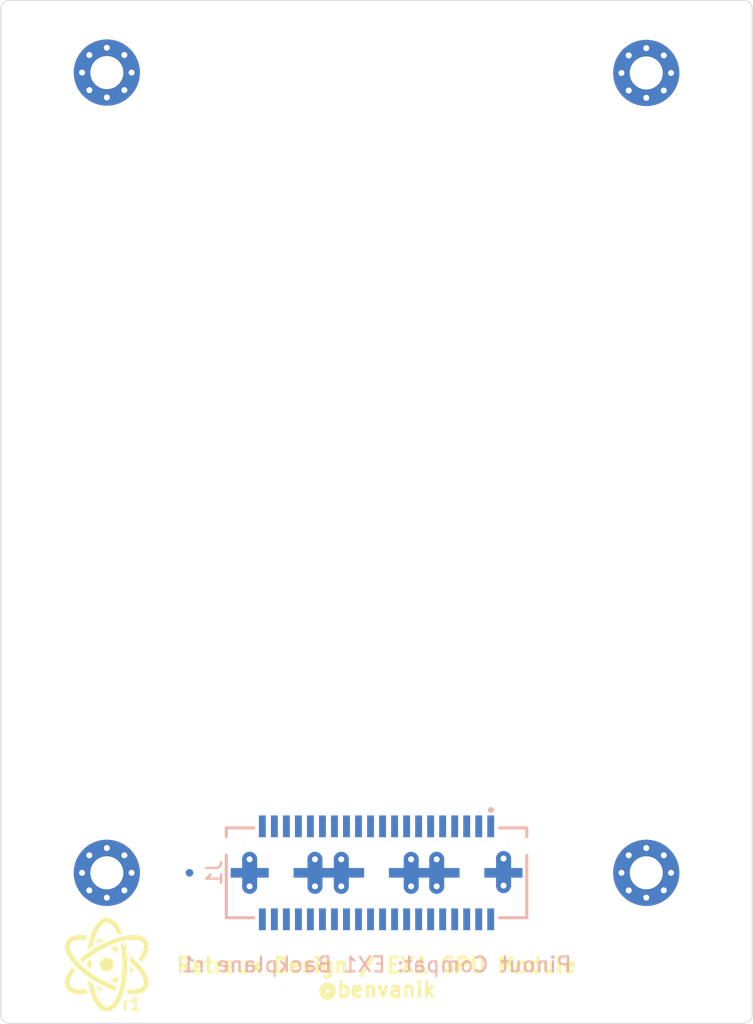
<source format=kicad_pcb>
(kicad_pcb (version 20171130) (host pcbnew "(5.1.2)-2")

  (general
    (thickness 1.6)
    (drawings 11)
    (tracks 36)
    (zones 0)
    (modules 4)
    (nets 42)
  )

  (page USLetter)
  (title_block
    (rev r1)
  )

  (layers
    (0 F.Cu signal)
    (1 In1.Cu power hide)
    (2 In2.Cu power)
    (31 B.Cu signal)
    (32 B.Adhes user)
    (33 F.Adhes user)
    (34 B.Paste user)
    (35 F.Paste user)
    (36 B.SilkS user)
    (37 F.SilkS user)
    (38 B.Mask user)
    (39 F.Mask user)
    (40 Dwgs.User user)
    (41 Cmts.User user)
    (42 Eco1.User user)
    (43 Eco2.User user)
    (44 Edge.Cuts user)
    (45 Margin user)
    (46 B.CrtYd user)
    (47 F.CrtYd user)
    (48 B.Fab user)
    (49 F.Fab user)
  )

  (setup
    (last_trace_width 0.25)
    (user_trace_width 0.0889)
    (user_trace_width 0.1)
    (user_trace_width 0.3)
    (user_trace_width 0.5)
    (user_trace_width 1)
    (user_trace_width 2)
    (trace_clearance 0.2)
    (zone_clearance 0.508)
    (zone_45_only no)
    (trace_min 0.0889)
    (via_size 0.8)
    (via_drill 0.4)
    (via_min_size 0.45)
    (via_min_drill 0.2)
    (user_via 0.45 0.2)
    (user_via 0.65 0.35)
    (user_via 0.8 0.6)
    (uvia_size 0.3)
    (uvia_drill 0.1)
    (uvias_allowed no)
    (uvia_min_size 0.2)
    (uvia_min_drill 0.1)
    (edge_width 0.05)
    (segment_width 0.2)
    (pcb_text_width 0.3)
    (pcb_text_size 1.5 1.5)
    (mod_edge_width 0.12)
    (mod_text_size 1 1)
    (mod_text_width 0.15)
    (pad_size 0.215 0.215)
    (pad_drill 0)
    (pad_to_mask_clearance 0)
    (aux_axis_origin 0 0)
    (visible_elements 7FFFFFFF)
    (pcbplotparams
      (layerselection 0x210fc_ffffffff)
      (usegerberextensions false)
      (usegerberattributes false)
      (usegerberadvancedattributes false)
      (creategerberjobfile false)
      (excludeedgelayer true)
      (linewidth 0.100000)
      (plotframeref false)
      (viasonmask false)
      (mode 1)
      (useauxorigin false)
      (hpglpennumber 1)
      (hpglpenspeed 20)
      (hpglpendiameter 15.000000)
      (psnegative false)
      (psa4output false)
      (plotreference true)
      (plotvalue true)
      (plotinvisibletext false)
      (padsonsilk false)
      (subtractmaskfromsilk false)
      (outputformat 3)
      (mirror false)
      (drillshape 0)
      (scaleselection 1)
      (outputdirectory "DNS/"))
  )

  (net 0 "")
  (net 1 "Net-(J1-Pad40)")
  (net 2 "Net-(J1-Pad38)")
  (net 3 "Net-(J1-Pad39)")
  (net 4 "Net-(J1-Pad37)")
  (net 5 "Net-(J1-Pad9)")
  (net 6 "Net-(J1-Pad7)")
  (net 7 "Net-(J1-Pad6)")
  (net 8 "Net-(J1-Pad4)")
  (net 9 "Net-(J1-Pad1)")
  (net 10 "Net-(J1-Pad13)")
  (net 11 "Net-(J1-Pad36)")
  (net 12 "Net-(J1-Pad35)")
  (net 13 "Net-(J1-Pad34)")
  (net 14 "Net-(J1-Pad12)")
  (net 15 "Net-(J1-Pad33)")
  (net 16 "Net-(J1-Pad16)")
  (net 17 "Net-(J1-Pad5)")
  (net 18 "Net-(J1-Pad32)")
  (net 19 "Net-(J1-Pad31)")
  (net 20 "Net-(J1-Pad24)")
  (net 21 "Net-(J1-Pad30)")
  (net 22 "Net-(J1-Pad28)")
  (net 23 "Net-(J1-Pad29)")
  (net 24 "Net-(J1-Pad27)")
  (net 25 "Net-(J1-Pad26)")
  (net 26 "Net-(J1-Pad20)")
  (net 27 "Net-(J1-Pad19)")
  (net 28 "Net-(J1-Pad3)")
  (net 29 "Net-(J1-Pad25)")
  (net 30 "Net-(J1-Pad15)")
  (net 31 "Net-(J1-Pad23)")
  (net 32 "Net-(J1-Pad18)")
  (net 33 "Net-(J1-Pad8)")
  (net 34 "Net-(J1-Pad2)")
  (net 35 "Net-(J1-Pad22)")
  (net 36 "Net-(J1-Pad21)")
  (net 37 "Net-(J1-Pad10)")
  (net 38 "Net-(J1-Pad17)")
  (net 39 "Net-(J1-Pad14)")
  (net 40 "Net-(J1-Pad11)")
  (net 41 GND)

  (net_class Default "This is the default net class."
    (clearance 0.2)
    (trace_width 0.25)
    (via_dia 0.8)
    (via_drill 0.4)
    (uvia_dia 0.3)
    (uvia_drill 0.1)
    (add_net GND)
    (add_net "Net-(J1-Pad1)")
    (add_net "Net-(J1-Pad10)")
    (add_net "Net-(J1-Pad11)")
    (add_net "Net-(J1-Pad12)")
    (add_net "Net-(J1-Pad13)")
    (add_net "Net-(J1-Pad14)")
    (add_net "Net-(J1-Pad15)")
    (add_net "Net-(J1-Pad16)")
    (add_net "Net-(J1-Pad17)")
    (add_net "Net-(J1-Pad18)")
    (add_net "Net-(J1-Pad19)")
    (add_net "Net-(J1-Pad2)")
    (add_net "Net-(J1-Pad20)")
    (add_net "Net-(J1-Pad21)")
    (add_net "Net-(J1-Pad22)")
    (add_net "Net-(J1-Pad23)")
    (add_net "Net-(J1-Pad24)")
    (add_net "Net-(J1-Pad25)")
    (add_net "Net-(J1-Pad26)")
    (add_net "Net-(J1-Pad27)")
    (add_net "Net-(J1-Pad28)")
    (add_net "Net-(J1-Pad29)")
    (add_net "Net-(J1-Pad3)")
    (add_net "Net-(J1-Pad30)")
    (add_net "Net-(J1-Pad31)")
    (add_net "Net-(J1-Pad32)")
    (add_net "Net-(J1-Pad33)")
    (add_net "Net-(J1-Pad34)")
    (add_net "Net-(J1-Pad35)")
    (add_net "Net-(J1-Pad36)")
    (add_net "Net-(J1-Pad37)")
    (add_net "Net-(J1-Pad38)")
    (add_net "Net-(J1-Pad39)")
    (add_net "Net-(J1-Pad4)")
    (add_net "Net-(J1-Pad40)")
    (add_net "Net-(J1-Pad5)")
    (add_net "Net-(J1-Pad6)")
    (add_net "Net-(J1-Pad7)")
    (add_net "Net-(J1-Pad8)")
    (add_net "Net-(J1-Pad9)")
  )

  (module Symbol_RD:Atom_Logo locked (layer F.Cu) (tedit 5BF9E7FD) (tstamp 5D179170)
    (at 44.05 118.3)
    (fp_text reference "" (at 0 4.36) (layer F.SilkS) hide
      (effects (font (size 1.524 1.524) (thickness 0.3)))
    )
    (fp_text value "" (at 0 4.3) (layer F.SilkS) hide
      (effects (font (size 1.524 1.524) (thickness 0.3)))
    )
    (fp_line (start -2.9 -1.6) (end 0 -3.3) (layer F.CrtYd) (width 0.15))
    (fp_line (start -2.9 1.6) (end -2.9 -1.6) (layer F.CrtYd) (width 0.15))
    (fp_line (start 0 3.3) (end -2.9 1.6) (layer F.CrtYd) (width 0.15))
    (fp_line (start 2.9 1.6) (end 0 3.3) (layer F.CrtYd) (width 0.15))
    (fp_line (start 2.9 -1.6) (end 2.9 1.6) (layer F.CrtYd) (width 0.15))
    (fp_line (start 0 -3.3) (end 2.9 -1.6) (layer F.CrtYd) (width 0.15))
    (fp_poly (pts (xy 1.202592 -1.414035) (xy 1.208048 -1.406098) (xy 1.214758 -1.386729) (xy 1.222522 -1.357115)
      (xy 1.231139 -1.318442) (xy 1.240408 -1.271893) (xy 1.250128 -1.218656) (xy 1.260098 -1.159915)
      (xy 1.270117 -1.096856) (xy 1.279985 -1.030664) (xy 1.2895 -0.962525) (xy 1.298461 -0.893625)
      (xy 1.306667 -0.825147) (xy 1.313919 -0.75828) (xy 1.314186 -0.75565) (xy 1.331346 -0.55545)
      (xy 1.342996 -0.348754) (xy 1.349176 -0.137915) (xy 1.34993 0.074712) (xy 1.345299 0.286774)
      (xy 1.335325 0.495918) (xy 1.32005 0.699788) (xy 1.299516 0.896032) (xy 1.282447 1.024774)
      (xy 1.2515 1.215483) (xy 1.214661 1.402071) (xy 1.172261 1.583447) (xy 1.124626 1.758517)
      (xy 1.072086 1.926192) (xy 1.014969 2.085379) (xy 0.953604 2.234986) (xy 0.88832 2.373923)
      (xy 0.859788 2.428875) (xy 0.797302 2.539221) (xy 0.733802 2.638334) (xy 0.668237 2.727681)
      (xy 0.599558 2.808728) (xy 0.552812 2.857589) (xy 0.491781 2.914982) (xy 0.432892 2.962852)
      (xy 0.373222 3.003319) (xy 0.309847 3.038506) (xy 0.290314 3.048046) (xy 0.243052 3.069005)
      (xy 0.200376 3.084138) (xy 0.157578 3.094692) (xy 0.109949 3.101917) (xy 0.073698 3.105457)
      (xy 0.042132 3.108016) (xy 0.018459 3.109591) (xy -0.001214 3.11017) (xy -0.020778 3.109738)
      (xy -0.044125 3.108283) (xy -0.075149 3.105791) (xy -0.085725 3.104907) (xy -0.142726 3.097864)
      (xy -0.194277 3.086051) (xy -0.245765 3.068001) (xy -0.285706 3.050372) (xy -0.329108 3.029054)
      (xy -0.365976 3.008688) (xy -0.400761 2.986533) (xy -0.437911 2.959843) (xy -0.460375 2.942694)
      (xy -0.535724 2.877622) (xy -0.60956 2.800562) (xy -0.681533 2.712174) (xy -0.75129 2.613115)
      (xy -0.81848 2.504045) (xy -0.882752 2.385624) (xy -0.943754 2.258509) (xy -1.001135 2.12336)
      (xy -1.054543 1.980836) (xy -1.103627 1.831596) (xy -1.148035 1.676299) (xy -1.159551 1.63195)
      (xy -1.169004 1.593261) (xy -1.179934 1.546095) (xy -1.191858 1.492747) (xy -1.204297 1.43551)
      (xy -1.216771 1.376679) (xy -1.2288 1.318547) (xy -1.239904 1.263409) (xy -1.249603 1.213559)
      (xy -1.257416 1.171291) (xy -1.262863 1.138899) (xy -1.263205 1.13665) (xy -1.267139 1.110712)
      (xy -1.270723 1.087431) (xy -1.273217 1.07161) (xy -1.273319 1.070984) (xy -1.276264 1.052943)
      (xy -1.246145 1.070512) (xy -1.214663 1.089324) (xy -1.178802 1.111496) (xy -1.140308 1.135873)
      (xy -1.100932 1.161296) (xy -1.062422 1.18661) (xy -1.026528 1.210658) (xy -0.994998 1.232282)
      (xy -0.969581 1.250325) (xy -0.952027 1.263632) (xy -0.945472 1.269386) (xy -0.932658 1.28445)
      (xy -0.92365 1.300833) (xy -0.91653 1.322732) (xy -0.911686 1.343392) (xy -0.90358 1.379101)
      (xy -0.892877 1.423528) (xy -0.880304 1.473883) (xy -0.86659 1.527374) (xy -0.852464 1.581211)
      (xy -0.838654 1.632603) (xy -0.825889 1.678761) (xy -0.814897 1.716892) (xy -0.809835 1.73355)
      (xy -0.760631 1.881453) (xy -0.708513 2.019796) (xy -0.65369 2.148209) (xy -0.596375 2.266322)
      (xy -0.536775 2.373764) (xy -0.475103 2.470164) (xy -0.411568 2.555152) (xy -0.346379 2.628359)
      (xy -0.279749 2.689412) (xy -0.257175 2.707058) (xy -0.203218 2.743953) (xy -0.152545 2.770711)
      (xy -0.102364 2.788346) (xy -0.04988 2.797871) (xy 0 2.80035) (xy 0.05584 2.797061)
      (xy 0.108108 2.786663) (xy 0.158387 2.768357) (xy 0.208259 2.741347) (xy 0.259309 2.704833)
      (xy 0.313121 2.658018) (xy 0.346075 2.625978) (xy 0.392037 2.577521) (xy 0.433864 2.528237)
      (xy 0.472924 2.476104) (xy 0.510586 2.419097) (xy 0.548218 2.355195) (xy 0.587189 2.282374)
      (xy 0.612541 2.232025) (xy 0.66476 2.122118) (xy 0.71024 2.016891) (xy 0.750834 1.911668)
      (xy 0.788393 1.801772) (xy 0.808707 1.736725) (xy 0.870581 1.513066) (xy 0.923139 1.28157)
      (xy 0.966325 1.043091) (xy 1.000083 0.798485) (xy 1.024355 0.548608) (xy 1.039084 0.294316)
      (xy 1.044213 0.036464) (xy 1.039685 -0.224093) (xy 1.025444 -0.486498) (xy 1.001431 -0.749897)
      (xy 0.983978 -0.89535) (xy 0.97879 -0.933623) (xy 0.972136 -0.980409) (xy 0.964606 -1.03169)
      (xy 0.956789 -1.083446) (xy 0.949493 -1.1303) (xy 0.942769 -1.173244) (xy 0.936473 -1.214502)
      (xy 0.930981 -1.251518) (xy 0.926672 -1.281738) (xy 0.923922 -1.302606) (xy 0.923527 -1.306022)
      (xy 0.91922 -1.345218) (xy 0.959672 -1.357588) (xy 0.989398 -1.366227) (xy 1.02364 -1.375456)
      (xy 1.060171 -1.384757) (xy 1.096764 -1.393613) (xy 1.131192 -1.401506) (xy 1.161227 -1.407918)
      (xy 1.184643 -1.412332) (xy 1.199211 -1.41423) (xy 1.202592 -1.414035)) (layer F.SilkS) (width 0.01))
    (fp_poly (pts (xy -2.226749 0.254709) (xy -2.198594 0.284339) (xy -2.172499 0.312433) (xy -2.150143 0.337134)
      (xy -2.133205 0.356586) (xy -2.123364 0.368932) (xy -2.123023 0.369425) (xy -2.107124 0.392776)
      (xy -2.163316 0.4742) (xy -2.219365 0.557199) (xy -2.26787 0.633039) (xy -2.310028 0.703772)
      (xy -2.347038 0.771453) (xy -2.380096 0.838135) (xy -2.396445 0.873816) (xy -2.420423 0.929588)
      (xy -2.438703 0.977623) (xy -2.452008 1.021141) (xy -2.461062 1.063363) (xy -2.466588 1.107508)
      (xy -2.469311 1.156796) (xy -2.469954 1.20087) (xy -2.469112 1.250308) (xy -2.465922 1.290259)
      (xy -2.459833 1.323812) (xy -2.450295 1.354052) (xy -2.437478 1.382638) (xy -2.402825 1.437445)
      (xy -2.357251 1.486443) (xy -2.301204 1.529482) (xy -2.235136 1.566407) (xy -2.159495 1.597067)
      (xy -2.074732 1.621309) (xy -1.981296 1.638979) (xy -1.879637 1.649926) (xy -1.770206 1.653996)
      (xy -1.653451 1.651037) (xy -1.647825 1.650724) (xy -1.60389 1.648004) (xy -1.55865 1.644818)
      (xy -1.51585 1.641458) (xy -1.479234 1.638212) (xy -1.458422 1.636065) (xy -1.42777 1.632792)
      (xy -1.407378 1.631302) (xy -1.394922 1.631658) (xy -1.388078 1.633922) (xy -1.38458 1.638047)
      (xy -1.37897 1.651436) (xy -1.371187 1.673589) (xy -1.361837 1.702407) (xy -1.351523 1.735793)
      (xy -1.34085 1.771649) (xy -1.330423 1.807876) (xy -1.320846 1.842378) (xy -1.312722 1.873055)
      (xy -1.306658 1.897811) (xy -1.303256 1.914547) (xy -1.303037 1.921103) (xy -1.310712 1.923496)
      (xy -1.328603 1.926922) (xy -1.354298 1.931044) (xy -1.385387 1.935522) (xy -1.41946 1.940021)
      (xy -1.454107 1.9442) (xy -1.486916 1.947724) (xy -1.50495 1.949403) (xy -1.534158 1.951237)
      (xy -1.573155 1.952684) (xy -1.61968 1.953747) (xy -1.671475 1.954428) (xy -1.726278 1.95473)
      (xy -1.78183 1.954655) (xy -1.835872 1.954206) (xy -1.886142 1.953387) (xy -1.930382 1.952198)
      (xy -1.966332 1.950644) (xy -1.990725 1.948833) (xy -2.082429 1.935262) (xy -2.174898 1.913956)
      (xy -2.265283 1.885868) (xy -2.35074 1.851949) (xy -2.428421 1.81315) (xy -2.468014 1.789291)
      (xy -2.543196 1.733479) (xy -2.609227 1.669726) (xy -2.665467 1.5989) (xy -2.711276 1.521867)
      (xy -2.746015 1.439494) (xy -2.759757 1.393825) (xy -2.770721 1.339062) (xy -2.777797 1.276046)
      (xy -2.780841 1.208659) (xy -2.779707 1.140783) (xy -2.774248 1.0763) (xy -2.772242 1.061519)
      (xy -2.751094 0.954308) (xy -2.718795 0.844902) (xy -2.675199 0.733006) (xy -2.620164 0.618325)
      (xy -2.553545 0.500563) (xy -2.475197 0.379428) (xy -2.384977 0.254622) (xy -2.365375 0.229038)
      (xy -2.314575 0.163343) (xy -2.226749 0.254709)) (layer F.SilkS) (width 0.01))
    (fp_poly (pts (xy 1.562272 -0.567454) (xy 1.577969 -0.556079) (xy 1.600406 -0.538518) (xy 1.628224 -0.515916)
      (xy 1.660062 -0.489417) (xy 1.694561 -0.460165) (xy 1.730361 -0.429304) (xy 1.766102 -0.397979)
      (xy 1.800424 -0.367333) (xy 1.831968 -0.33851) (xy 1.835633 -0.335107) (xy 1.87366 -0.299092)
      (xy 1.91736 -0.256648) (xy 1.964924 -0.209617) (xy 2.014543 -0.15984) (xy 2.064408 -0.109158)
      (xy 2.112711 -0.059413) (xy 2.157642 -0.012446) (xy 2.197391 0.029901) (xy 2.23015 0.065786)
      (xy 2.236594 0.073033) (xy 2.316686 0.167867) (xy 2.393382 0.26694) (xy 2.465558 0.368491)
      (xy 2.53209 0.470761) (xy 2.591857 0.571993) (xy 2.643733 0.670426) (xy 2.686596 0.764302)
      (xy 2.700935 0.8001) (xy 2.738445 0.911057) (xy 2.764716 1.018545) (xy 2.779727 1.122176)
      (xy 2.783455 1.221562) (xy 2.775878 1.316313) (xy 2.756977 1.406041) (xy 2.737743 1.46373)
      (xy 2.702377 1.53824) (xy 2.655684 1.609579) (xy 2.598894 1.676498) (xy 2.533233 1.73775)
      (xy 2.459929 1.792086) (xy 2.380211 1.838259) (xy 2.35925 1.848461) (xy 2.265851 1.886433)
      (xy 2.164889 1.916787) (xy 2.05954 1.938687) (xy 1.978025 1.949202) (xy 1.943938 1.951544)
      (xy 1.899521 1.953274) (xy 1.847128 1.954409) (xy 1.789113 1.954967) (xy 1.72783 1.954964)
      (xy 1.665633 1.954418) (xy 1.604877 1.953345) (xy 1.547915 1.951763) (xy 1.497102 1.949688)
      (xy 1.454793 1.947137) (xy 1.43327 1.945264) (xy 1.388884 1.940458) (xy 1.355795 1.935752)
      (xy 1.33265 1.930126) (xy 1.318094 1.922559) (xy 1.310775 1.912031) (xy 1.309339 1.89752)
      (xy 1.312432 1.878007) (xy 1.317329 1.857828) (xy 1.32515 1.828921) (xy 1.334789 1.795929)
      (xy 1.345516 1.761067) (xy 1.3566 1.726549) (xy 1.367308 1.69459) (xy 1.37691 1.667404)
      (xy 1.384673 1.647205) (xy 1.389868 1.636208) (xy 1.390944 1.634942) (xy 1.399021 1.634259)
      (xy 1.41761 1.634741) (xy 1.444589 1.636271) (xy 1.477835 1.638728) (xy 1.513025 1.641789)
      (xy 1.585794 1.647308) (xy 1.661538 1.650788) (xy 1.737374 1.652228) (xy 1.810414 1.651628)
      (xy 1.877773 1.648985) (xy 1.936565 1.644299) (xy 1.9558 1.642016) (xy 2.056641 1.624835)
      (xy 2.146489 1.601351) (xy 2.225393 1.571531) (xy 2.293404 1.535343) (xy 2.350572 1.492754)
      (xy 2.396947 1.443731) (xy 2.43258 1.388242) (xy 2.45752 1.326254) (xy 2.461 1.313942)
      (xy 2.467361 1.279082) (xy 2.47089 1.235823) (xy 2.471586 1.188146) (xy 2.469449 1.140033)
      (xy 2.464477 1.095464) (xy 2.461047 1.076325) (xy 2.435363 0.979125) (xy 2.397971 0.877889)
      (xy 2.349089 0.772952) (xy 2.28893 0.664652) (xy 2.217712 0.553325) (xy 2.135651 0.439307)
      (xy 2.042962 0.322935) (xy 1.939861 0.204545) (xy 1.826564 0.084474) (xy 1.821038 0.078842)
      (xy 1.784314 0.041786) (xy 1.746597 0.004278) (xy 1.709925 -0.031693) (xy 1.676337 -0.064139)
      (xy 1.647872 -0.091072) (xy 1.62982 -0.107617) (xy 1.563945 -0.166544) (xy 1.559804 -0.278535)
      (xy 1.558076 -0.324041) (xy 1.556114 -0.373689) (xy 1.554118 -0.422558) (xy 1.552286 -0.465728)
      (xy 1.551612 -0.481013) (xy 1.550206 -0.519904) (xy 1.550043 -0.547186) (xy 1.551158 -0.563891)
      (xy 1.553586 -0.571055) (xy 1.554675 -0.5715) (xy 1.562272 -0.567454)) (layer F.SilkS) (width 0.01))
    (fp_poly (pts (xy -1.705827 -1.954319) (xy -1.643791 -1.953177) (xy -1.582661 -1.951287) (xy -1.524088 -1.948711)
      (xy -1.469726 -1.945514) (xy -1.421226 -1.941757) (xy -1.380241 -1.937505) (xy -1.348425 -1.93282)
      (xy -1.327428 -1.927765) (xy -1.325508 -1.927055) (xy -1.317528 -1.92201) (xy -1.312834 -1.913443)
      (xy -1.311567 -1.899871) (xy -1.313868 -1.879811) (xy -1.319877 -1.851782) (xy -1.329736 -1.8143)
      (xy -1.339498 -1.779932) (xy -1.353642 -1.732043) (xy -1.365327 -1.695166) (xy -1.37517 -1.66799)
      (xy -1.38379 -1.649206) (xy -1.391807 -1.637504) (xy -1.39984 -1.631574) (xy -1.408506 -1.630107)
      (xy -1.410226 -1.63022) (xy -1.42175 -1.631334) (xy -1.443286 -1.633443) (xy -1.47221 -1.636288)
      (xy -1.505895 -1.639612) (xy -1.523303 -1.641333) (xy -1.575154 -1.645457) (xy -1.63359 -1.648412)
      (xy -1.695501 -1.650176) (xy -1.75778 -1.650726) (xy -1.817318 -1.650042) (xy -1.871009 -1.648101)
      (xy -1.915743 -1.644881) (xy -1.922713 -1.644152) (xy -2.023016 -1.62932) (xy -2.114137 -1.60821)
      (xy -2.195589 -1.581007) (xy -2.266885 -1.547895) (xy -2.327536 -1.509059) (xy -2.36528 -1.476742)
      (xy -2.405105 -1.432692) (xy -2.434871 -1.387201) (xy -2.455445 -1.338037) (xy -2.467693 -1.282968)
      (xy -2.47248 -1.219762) (xy -2.472601 -1.20015) (xy -2.466062 -1.112178) (xy -2.447604 -1.019822)
      (xy -2.417228 -0.923083) (xy -2.374933 -0.82196) (xy -2.320719 -0.716452) (xy -2.254586 -0.606561)
      (xy -2.176535 -0.492286) (xy -2.086564 -0.373626) (xy -2.025178 -0.298312) (xy -1.993361 -0.261539)
      (xy -1.953969 -0.218078) (xy -1.908817 -0.169789) (xy -1.859722 -0.118532) (xy -1.8085 -0.066167)
      (xy -1.756967 -0.014555) (xy -1.706941 0.034445) (xy -1.660237 0.078972) (xy -1.6256 0.110924)
      (xy -1.436324 0.27467) (xy -1.236384 0.433242) (xy -1.027021 0.585893) (xy -0.809474 0.731875)
      (xy -0.584984 0.870438) (xy -0.354793 1.000836) (xy -0.120139 1.122318) (xy 0.117736 1.234138)
      (xy 0.357592 1.335546) (xy 0.487238 1.385615) (xy 0.529359 1.40148) (xy 0.567903 1.416267)
      (xy 0.601153 1.429296) (xy 0.627391 1.439887) (xy 0.644902 1.447359) (xy 0.651668 1.45077)
      (xy 0.657011 1.456109) (xy 0.659152 1.464036) (xy 0.658243 1.47775) (xy 0.654433 1.500453)
      (xy 0.654081 1.502354) (xy 0.648428 1.529411) (xy 0.640463 1.563035) (xy 0.63102 1.600138)
      (xy 0.620933 1.637629) (xy 0.611036 1.67242) (xy 0.602164 1.701421) (xy 0.59515 1.721541)
      (xy 0.594392 1.723406) (xy 0.586368 1.737934) (xy 0.578327 1.745565) (xy 0.576586 1.745917)
      (xy 0.568453 1.743685) (xy 0.550256 1.73762) (xy 0.523816 1.728363) (xy 0.490954 1.716556)
      (xy 0.453491 1.702842) (xy 0.434975 1.695981) (xy 0.172746 1.592619) (xy -0.08564 1.479182)
      (xy -0.339254 1.356213) (xy -0.587164 1.224255) (xy -0.828437 1.083852) (xy -1.062144 0.935547)
      (xy -1.287352 0.779885) (xy -1.503129 0.617408) (xy -1.708545 0.44866) (xy -1.721314 0.437663)
      (xy -1.87177 0.303274) (xy -2.011469 0.169378) (xy -2.140235 0.036207) (xy -2.257894 -0.096007)
      (xy -2.364271 -0.227031) (xy -2.459189 -0.356633) (xy -2.542474 -0.484582) (xy -2.613951 -0.610644)
      (xy -2.673444 -0.734588) (xy -2.720778 -0.856181) (xy -2.738008 -0.909876) (xy -2.76399 -1.013867)
      (xy -2.779037 -1.114984) (xy -2.783222 -1.212581) (xy -2.776623 -1.306009) (xy -2.759315 -1.394623)
      (xy -2.731374 -1.477774) (xy -2.692876 -1.554815) (xy -2.655965 -1.609725) (xy -2.601501 -1.675069)
      (xy -2.543284 -1.731625) (xy -2.479571 -1.780589) (xy -2.408619 -1.823155) (xy -2.328682 -1.860516)
      (xy -2.243788 -1.891958) (xy -2.181029 -1.911217) (xy -2.120632 -1.926035) (xy -2.05867 -1.93714)
      (xy -1.991218 -1.94526) (xy -1.929971 -1.950141) (xy -1.88084 -1.952624) (xy -1.826004 -1.954105)
      (xy -1.767115 -1.954649) (xy -1.705827 -1.954319)) (layer F.SilkS) (width 0.01))
    (fp_poly (pts (xy -0.640698 1.444749) (xy -0.620325 1.451786) (xy -0.590107 1.465184) (xy -0.549816 1.485049)
      (xy -0.499228 1.511488) (xy -0.441611 1.542689) (xy -0.393711 1.569139) (xy -0.356133 1.590335)
      (xy -0.327931 1.60688) (xy -0.308157 1.619376) (xy -0.295866 1.628426) (xy -0.290109 1.634631)
      (xy -0.289939 1.638594) (xy -0.290257 1.638955) (xy -0.29816 1.643059) (xy -0.315987 1.650438)
      (xy -0.341617 1.660337) (xy -0.372931 1.672002) (xy -0.407806 1.68468) (xy -0.444124 1.697617)
      (xy -0.479763 1.710059) (xy -0.512602 1.721252) (xy -0.540522 1.730443) (xy -0.561402 1.736877)
      (xy -0.573122 1.739802) (xy -0.574226 1.7399) (xy -0.579435 1.735739) (xy -0.582763 1.731962)
      (xy -0.589926 1.718983) (xy -0.599173 1.696144) (xy -0.609766 1.665968) (xy -0.620964 1.630977)
      (xy -0.632029 1.593693) (xy -0.642222 1.55664) (xy -0.650802 1.522339) (xy -0.657031 1.493313)
      (xy -0.660169 1.472085) (xy -0.6604 1.467087) (xy -0.657752 1.451939) (xy -0.651451 1.443967)
      (xy -0.640698 1.444749)) (layer F.SilkS) (width 0.01))
    (fp_poly (pts (xy 0.785844 0.764678) (xy 0.786892 0.772687) (xy 0.786053 0.791215) (xy 0.78361 0.818269)
      (xy 0.779843 0.851853) (xy 0.775035 0.889974) (xy 0.769467 0.930636) (xy 0.763421 0.971847)
      (xy 0.757179 1.01161) (xy 0.751023 1.047934) (xy 0.745234 1.078822) (xy 0.740093 1.10228)
      (xy 0.736329 1.115196) (xy 0.726613 1.133741) (xy 0.715539 1.148589) (xy 0.704298 1.157588)
      (xy 0.685826 1.169243) (xy 0.663557 1.181739) (xy 0.640923 1.193259) (xy 0.621358 1.201987)
      (xy 0.608294 1.206107) (xy 0.606604 1.206214) (xy 0.598932 1.203845) (xy 0.581422 1.197413)
      (xy 0.555993 1.187656) (xy 0.524565 1.175312) (xy 0.489057 1.161119) (xy 0.485361 1.159628)
      (xy 0.42722 1.135934) (xy 0.376676 1.114869) (xy 0.3346 1.096814) (xy 0.30186 1.082148)
      (xy 0.279326 1.071251) (xy 0.268351 1.064877) (xy 0.26538 1.060985) (xy 0.26692 1.055989)
      (xy 0.274132 1.049075) (xy 0.288181 1.039429) (xy 0.310229 1.026237) (xy 0.341438 1.008686)
      (xy 0.37465 0.990487) (xy 0.406181 0.973016) (xy 0.445532 0.95074) (xy 0.489647 0.925416)
      (xy 0.535472 0.898801) (xy 0.579951 0.872653) (xy 0.593268 0.864751) (xy 0.646944 0.833066)
      (xy 0.69067 0.807841) (xy 0.725191 0.788686) (xy 0.751252 0.775216) (xy 0.7696 0.767042)
      (xy 0.78098 0.763777) (xy 0.785844 0.764678)) (layer F.SilkS) (width 0.01))
    (fp_poly (pts (xy 1.597034 0.156968) (xy 1.613171 0.169554) (xy 1.634299 0.188475) (xy 1.658817 0.21205)
      (xy 1.68512 0.238598) (xy 1.711605 0.266436) (xy 1.736668 0.293884) (xy 1.758706 0.319259)
      (xy 1.776115 0.340881) (xy 1.787292 0.357067) (xy 1.7907 0.365486) (xy 1.786098 0.372413)
      (xy 1.773364 0.386062) (xy 1.754103 0.405003) (xy 1.729919 0.427806) (xy 1.702418 0.45304)
      (xy 1.673205 0.479276) (xy 1.643884 0.505082) (xy 1.616061 0.529028) (xy 1.59134 0.549685)
      (xy 1.571328 0.565621) (xy 1.557628 0.575406) (xy 1.552402 0.57785) (xy 1.550888 0.571892)
      (xy 1.550163 0.555545) (xy 1.550249 0.531093) (xy 1.551165 0.500824) (xy 1.551625 0.490537)
      (xy 1.553374 0.452382) (xy 1.555355 0.406369) (xy 1.557367 0.357334) (xy 1.559209 0.310111)
      (xy 1.559878 0.2921) (xy 1.561778 0.246043) (xy 1.563864 0.211186) (xy 1.566433 0.186029)
      (xy 1.569781 0.169072) (xy 1.574205 0.158814) (xy 1.580001 0.153757) (xy 1.587466 0.1524)
      (xy 1.587494 0.1524) (xy 1.597034 0.156968)) (layer F.SilkS) (width 0.01))
    (fp_poly (pts (xy 0 -0.466024) (xy 0.056355 -0.463063) (xy 0.106249 -0.454428) (xy 0.154989 -0.438873)
      (xy 0.200025 -0.419011) (xy 0.263218 -0.382452) (xy 0.318586 -0.337369) (xy 0.359057 -0.293736)
      (xy 0.403064 -0.231134) (xy 0.435546 -0.164085) (xy 0.456389 -0.093718) (xy 0.465477 -0.021161)
      (xy 0.462696 0.052455) (xy 0.447932 0.126002) (xy 0.421069 0.19835) (xy 0.411118 0.218715)
      (xy 0.382439 0.264626) (xy 0.344771 0.310587) (xy 0.301233 0.35352) (xy 0.25494 0.390348)
      (xy 0.20955 0.417727) (xy 0.180372 0.431148) (xy 0.150088 0.443394) (xy 0.123998 0.452366)
      (xy 0.117475 0.454185) (xy 0.074129 0.462203) (xy 0.025062 0.466412) (xy -0.024345 0.46663)
      (xy -0.06871 0.462676) (xy -0.079375 0.460821) (xy -0.153774 0.440429) (xy -0.221327 0.409717)
      (xy -0.283581 0.367889) (xy -0.318104 0.338001) (xy -0.367744 0.284488) (xy -0.406979 0.226387)
      (xy -0.437615 0.160883) (xy -0.445285 0.1397) (xy -0.454387 0.111794) (xy -0.460367 0.088989)
      (xy -0.463886 0.066968) (xy -0.465606 0.041415) (xy -0.466189 0.008012) (xy -0.466214 0.003175)
      (xy -0.465884 -0.033971) (xy -0.464191 -0.062542) (xy -0.460654 -0.086632) (xy -0.454796 -0.110336)
      (xy -0.451737 -0.12049) (xy -0.422095 -0.195891) (xy -0.38291 -0.263349) (xy -0.334604 -0.322361)
      (xy -0.277602 -0.372424) (xy -0.212327 -0.413037) (xy -0.200025 -0.419163) (xy -0.156349 -0.438926)
      (xy -0.118951 -0.452509) (xy -0.083626 -0.4609) (xy -0.046166 -0.465082) (xy -0.002364 -0.466042)
      (xy 0 -0.466024)) (layer F.SilkS) (width 0.01))
    (fp_poly (pts (xy -1.046971 -0.293408) (xy -1.045874 -0.267459) (xy -1.044963 -0.231743) (xy -1.044236 -0.188149)
      (xy -1.043694 -0.138565) (xy -1.043337 -0.084879) (xy -1.043164 -0.028979) (xy -1.043176 0.027246)
      (xy -1.043372 0.081908) (xy -1.043752 0.13312) (xy -1.044317 0.178992) (xy -1.045066 0.217638)
      (xy -1.045999 0.247167) (xy -1.046993 0.264357) (xy -1.050925 0.309639) (xy -1.133475 0.246558)
      (xy -1.168237 0.219875) (xy -1.205942 0.190733) (xy -1.242586 0.162239) (xy -1.274166 0.137498)
      (xy -1.281113 0.132016) (xy -1.3462 0.080555) (xy -1.347435 -0.004173) (xy -1.347926 -0.03746)
      (xy -1.348382 -0.067694) (xy -1.348756 -0.091801) (xy -1.349002 -0.106706) (xy -1.349023 -0.107864)
      (xy -1.34842 -0.113856) (xy -1.345688 -0.12036) (xy -1.339783 -0.128332) (xy -1.329659 -0.138731)
      (xy -1.314271 -0.152512) (xy -1.292572 -0.170632) (xy -1.263517 -0.194048) (xy -1.226062 -0.223717)
      (xy -1.20015 -0.244109) (xy -1.050925 -0.36139) (xy -1.046971 -0.293408)) (layer F.SilkS) (width 0.01))
    (fp_poly (pts (xy 1.80119 -1.948959) (xy 1.886052 -1.946947) (xy 1.961333 -1.94335) (xy 2.028566 -1.937941)
      (xy 2.089287 -1.930495) (xy 2.145028 -1.920786) (xy 2.197324 -1.908589) (xy 2.247708 -1.893677)
      (xy 2.297715 -1.875825) (xy 2.348585 -1.854934) (xy 2.422174 -1.817477) (xy 2.492671 -1.770896)
      (xy 2.558366 -1.716853) (xy 2.617545 -1.657011) (xy 2.668497 -1.593033) (xy 2.709511 -1.526583)
      (xy 2.72897 -1.485417) (xy 2.745226 -1.444554) (xy 2.75754 -1.408379) (xy 2.76643 -1.373925)
      (xy 2.772411 -1.338226) (xy 2.775999 -1.298316) (xy 2.777712 -1.251228) (xy 2.778078 -1.203325)
      (xy 2.777756 -1.15296) (xy 2.776723 -1.112799) (xy 2.77482 -1.080357) (xy 2.771888 -1.05315)
      (xy 2.767766 -1.028694) (xy 2.766452 -1.02235) (xy 2.737383 -0.907701) (xy 2.699734 -0.795982)
      (xy 2.652707 -0.685327) (xy 2.595503 -0.573866) (xy 2.527323 -0.459733) (xy 2.523118 -0.453152)
      (xy 2.49224 -0.405787) (xy 2.460216 -0.358094) (xy 2.428455 -0.312065) (xy 2.398361 -0.269693)
      (xy 2.371342 -0.232972) (xy 2.348804 -0.203894) (xy 2.338366 -0.191347) (xy 2.314342 -0.163618)
      (xy 2.220812 -0.259893) (xy 2.19227 -0.289658) (xy 2.166349 -0.317415) (xy 2.144531 -0.341519)
      (xy 2.128302 -0.36032) (xy 2.119146 -0.372171) (xy 2.118116 -0.373894) (xy 2.11501 -0.380735)
      (xy 2.114007 -0.387469) (xy 2.115964 -0.39587) (xy 2.121739 -0.407711) (xy 2.132189 -0.424764)
      (xy 2.148172 -0.448802) (xy 2.169432 -0.479972) (xy 2.243863 -0.59315) (xy 2.307688 -0.699839)
      (xy 2.361016 -0.800371) (xy 2.403955 -0.895074) (xy 2.436615 -0.984278) (xy 2.459103 -1.068313)
      (xy 2.47153 -1.147509) (xy 2.474002 -1.222196) (xy 2.466631 -1.292703) (xy 2.454428 -1.343973)
      (xy 2.43362 -1.392193) (xy 2.401233 -1.438379) (xy 2.358327 -1.481767) (xy 2.305958 -1.521593)
      (xy 2.245185 -1.557092) (xy 2.177065 -1.587499) (xy 2.102658 -1.612049) (xy 2.072878 -1.619702)
      (xy 1.98185 -1.636897) (xy 1.88121 -1.64775) (xy 1.772346 -1.652269) (xy 1.656645 -1.650461)
      (xy 1.535495 -1.642334) (xy 1.410284 -1.627895) (xy 1.331224 -1.615777) (xy 1.141312 -1.578809)
      (xy 0.946522 -1.530999) (xy 0.747786 -1.472802) (xy 0.546032 -1.404671) (xy 0.34219 -1.327059)
      (xy 0.137189 -1.240421) (xy -0.06804 -1.145209) (xy -0.27257 -1.041878) (xy -0.475469 -0.930881)
      (xy -0.675809 -0.812672) (xy -0.87266 -0.687705) (xy -1.065093 -0.556433) (xy -1.252177 -0.419309)
      (xy -1.432984 -0.276788) (xy -1.463172 -0.251939) (xy -1.496918 -0.224344) (xy -1.527912 -0.199686)
      (xy -1.554684 -0.17908) (xy -1.575764 -0.16364) (xy -1.589683 -0.154481) (xy -1.594458 -0.1524)
      (xy -1.602208 -0.156844) (xy -1.616926 -0.169185) (xy -1.63702 -0.187941) (xy -1.660896 -0.211631)
      (xy -1.684863 -0.236538) (xy -1.719402 -0.273276) (xy -1.7461 -0.30198) (xy -1.765866 -0.323819)
      (xy -1.77961 -0.339965) (xy -1.78824 -0.351586) (xy -1.792665 -0.359854) (xy -1.793795 -0.365938)
      (xy -1.792539 -0.371008) (xy -1.791298 -0.373533) (xy -1.782176 -0.384833) (xy -1.763706 -0.402802)
      (xy -1.736848 -0.426687) (xy -1.702563 -0.455738) (xy -1.661809 -0.489204) (xy -1.615548 -0.526334)
      (xy -1.564738 -0.566375) (xy -1.51034 -0.608577) (xy -1.453313 -0.652189) (xy -1.394616 -0.696459)
      (xy -1.335211 -0.740636) (xy -1.276056 -0.783969) (xy -1.218112 -0.825706) (xy -1.17137 -0.858777)
      (xy -0.982053 -0.986391) (xy -0.785892 -1.108807) (xy -0.584185 -1.225435) (xy -0.378235 -1.335682)
      (xy -0.169341 -1.438958) (xy 0.041195 -1.53467) (xy 0.252073 -1.622228) (xy 0.461992 -1.70104)
      (xy 0.669651 -1.770514) (xy 0.873749 -1.830059) (xy 1.071874 -1.878836) (xy 1.155539 -1.896946)
      (xy 1.229695 -1.911795) (xy 1.297025 -1.923682) (xy 1.360211 -1.932908) (xy 1.421934 -1.939773)
      (xy 1.484877 -1.944576) (xy 1.551721 -1.947616) (xy 1.62515 -1.949194) (xy 1.705212 -1.949611)
      (xy 1.80119 -1.948959)) (layer F.SilkS) (width 0.01))
    (fp_poly (pts (xy 0.57743 -1.222366) (xy 0.593644 -1.216559) (xy 0.615974 -1.206123) (xy 0.641945 -1.192507)
      (xy 0.669082 -1.177162) (xy 0.694912 -1.161538) (xy 0.716959 -1.147086) (xy 0.732749 -1.135256)
      (xy 0.739808 -1.127498) (xy 0.739913 -1.127133) (xy 0.744443 -1.103729) (xy 0.749615 -1.072757)
      (xy 0.755203 -1.036049) (xy 0.760978 -0.995433) (xy 0.766716 -0.952738) (xy 0.772188 -0.909793)
      (xy 0.777168 -0.868428) (xy 0.78143 -0.830471) (xy 0.784747 -0.797752) (xy 0.786892 -0.7721)
      (xy 0.787638 -0.755344) (xy 0.786758 -0.749313) (xy 0.786749 -0.749313) (xy 0.780594 -0.75239)
      (xy 0.766043 -0.760672) (xy 0.745542 -0.772746) (xy 0.73025 -0.781919) (xy 0.693782 -0.803722)
      (xy 0.649624 -0.829772) (xy 0.600158 -0.858695) (xy 0.547763 -0.889116) (xy 0.494821 -0.919661)
      (xy 0.443712 -0.948956) (xy 0.396816 -0.975627) (xy 0.356514 -0.998299) (xy 0.3302 -1.012864)
      (xy 0.299608 -1.029778) (xy 0.271292 -1.045753) (xy 0.247989 -1.05922) (xy 0.232439 -1.068614)
      (xy 0.230083 -1.070142) (xy 0.209342 -1.083988) (xy 0.261833 -1.108043) (xy 0.314911 -1.13174)
      (xy 0.367003 -1.153824) (xy 0.416636 -1.173763) (xy 0.462335 -1.191022) (xy 0.502626 -1.205067)
      (xy 0.536034 -1.215364) (xy 0.561085 -1.221379) (xy 0.576306 -1.222578) (xy 0.57743 -1.222366)) (layer F.SilkS) (width 0.01))
    (fp_poly (pts (xy 0.033718 -3.106829) (xy 0.052067 -3.105501) (xy 0.11622 -3.098317) (xy 0.172534 -3.087334)
      (xy 0.225608 -3.071321) (xy 0.280042 -3.049044) (xy 0.30278 -3.03832) (xy 0.386361 -2.991058)
      (xy 0.468253 -2.931515) (xy 0.548165 -2.860031) (xy 0.625806 -2.776949) (xy 0.700885 -2.682609)
      (xy 0.773108 -2.577353) (xy 0.842186 -2.461522) (xy 0.907826 -2.335459) (xy 0.914085 -2.322522)
      (xy 0.93619 -2.275632) (xy 0.957131 -2.229527) (xy 0.976309 -2.18568) (xy 0.993128 -2.145561)
      (xy 1.006991 -2.110641) (xy 1.0173 -2.082391) (xy 1.023457 -2.062282) (xy 1.024867 -2.051785)
      (xy 1.024408 -2.050835) (xy 1.01712 -2.048066) (xy 0.999645 -2.042915) (xy 0.974155 -2.035931)
      (xy 0.942821 -2.027661) (xy 0.907815 -2.018653) (xy 0.871306 -2.009456) (xy 0.835468 -2.000617)
      (xy 0.80247 -1.992683) (xy 0.774484 -1.986204) (xy 0.753681 -1.981726) (xy 0.743336 -1.979911)
      (xy 0.737143 -1.979996) (xy 0.731492 -1.983011) (xy 0.725384 -1.990616) (xy 0.71782 -2.00447)
      (xy 0.707802 -2.026233) (xy 0.694329 -2.057563) (xy 0.689032 -2.0701) (xy 0.636497 -2.186756)
      (xy 0.580759 -2.295395) (xy 0.522309 -2.395321) (xy 0.461639 -2.485837) (xy 0.399241 -2.566247)
      (xy 0.335605 -2.635853) (xy 0.271224 -2.69396) (xy 0.224526 -2.728391) (xy 0.191717 -2.749624)
      (xy 0.163899 -2.765442) (xy 0.138165 -2.776632) (xy 0.111608 -2.783979) (xy 0.081324 -2.788269)
      (xy 0.044405 -2.790289) (xy -0.002056 -2.790823) (xy -0.00635 -2.790825) (xy -0.111125 -2.790825)
      (xy -0.15875 -2.766152) (xy -0.230363 -2.723078) (xy -0.299333 -2.66931) (xy -0.365928 -2.604525)
      (xy -0.430416 -2.528403) (xy -0.493065 -2.440625) (xy -0.554144 -2.34087) (xy -0.61392 -2.228817)
      (xy -0.621784 -2.212975) (xy -0.675366 -2.098366) (xy -0.724418 -1.981005) (xy -0.769548 -1.859086)
      (xy -0.811366 -1.730804) (xy -0.850479 -1.594352) (xy -0.887498 -1.447926) (xy -0.904631 -1.373879)
      (xy -0.914299 -1.331135) (xy -0.923082 -1.292698) (xy -0.93059 -1.260237) (xy -0.936435 -1.235425)
      (xy -0.940228 -1.219931) (xy -0.941544 -1.21534) (xy -0.947074 -1.211615) (xy -0.9619 -1.201887)
      (xy -0.984653 -1.187045) (xy -1.013963 -1.167983) (xy -1.048462 -1.14559) (xy -1.086781 -1.120759)
      (xy -1.092276 -1.117201) (xy -1.13189 -1.091484) (xy -1.168645 -1.067488) (xy -1.200999 -1.046229)
      (xy -1.227411 -1.028725) (xy -1.24634 -1.015992) (xy -1.256246 -1.009047) (xy -1.256569 -1.008798)
      (xy -1.271721 -0.998863) (xy -1.280026 -0.998773) (xy -1.282693 -1.008557) (xy -1.2827 -1.00942)
      (xy -1.281524 -1.020222) (xy -1.278213 -1.04172) (xy -1.273093 -1.072149) (xy -1.26649 -1.109745)
      (xy -1.25873 -1.152745) (xy -1.25014 -1.199384) (xy -1.241046 -1.247898) (xy -1.231774 -1.296524)
      (xy -1.22265 -1.343497) (xy -1.214 -1.387053) (xy -1.206151 -1.42543) (xy -1.203103 -1.439897)
      (xy -1.158394 -1.631693) (xy -1.107994 -1.814165) (xy -1.052049 -1.986959) (xy -0.990701 -2.149723)
      (xy -0.924094 -2.302105) (xy -0.852372 -2.44375) (xy -0.775678 -2.574307) (xy -0.694157 -2.693423)
      (xy -0.691198 -2.697407) (xy -0.660551 -2.735883) (xy -0.623602 -2.777989) (xy -0.582522 -2.821585)
      (xy -0.539482 -2.864534) (xy -0.496655 -2.904695) (xy -0.456212 -2.939931) (xy -0.420325 -2.968102)
      (xy -0.406787 -2.977542) (xy -0.331268 -3.023797) (xy -0.259447 -3.059372) (xy -0.18918 -3.084866)
      (xy -0.118326 -3.100874) (xy -0.044741 -3.107997) (xy 0.033718 -3.106829)) (layer F.SilkS) (width 0.01))
    (fp_poly (pts (xy -0.570122 -1.740537) (xy -0.556187 -1.737006) (xy -0.535823 -1.730471) (xy -0.507586 -1.72052)
      (xy -0.470032 -1.706742) (xy -0.434462 -1.693492) (xy -0.377704 -1.67218) (xy -0.331871 -1.65472)
      (xy -0.295931 -1.64068) (xy -0.268856 -1.629623) (xy -0.249616 -1.621116) (xy -0.23718 -1.614724)
      (xy -0.230519 -1.610012) (xy -0.2286 -1.606636) (xy -0.234165 -1.601107) (xy -0.249744 -1.591378)
      (xy -0.27367 -1.57823) (xy -0.304273 -1.562438) (xy -0.339883 -1.544781) (xy -0.378832 -1.526037)
      (xy -0.419451 -1.506983) (xy -0.46007 -1.488396) (xy -0.499021 -1.471056) (xy -0.534633 -1.455738)
      (xy -0.565238 -1.443222) (xy -0.589167 -1.434284) (xy -0.60475 -1.429703) (xy -0.609166 -1.429323)
      (xy -0.617167 -1.431313) (xy -0.631883 -1.435407) (xy -0.633712 -1.435932) (xy -0.648975 -1.442282)
      (xy -0.65729 -1.4521) (xy -0.659495 -1.467985) (xy -0.656428 -1.492538) (xy -0.654765 -1.501189)
      (xy -0.649117 -1.526758) (xy -0.641408 -1.55809) (xy -0.632317 -1.592793) (xy -0.622524 -1.628475)
      (xy -0.612708 -1.66274) (xy -0.603548 -1.693197) (xy -0.595722 -1.717453) (xy -0.589909 -1.733113)
      (xy -0.587794 -1.737228) (xy -0.584481 -1.740236) (xy -0.579072 -1.741476) (xy -0.570122 -1.740537)) (layer F.SilkS) (width 0.01))
  )

  (module MountingHole:MountingHole_2.2mm_M2_Pad_Via (layer F.Cu) (tedit 56DDB9C7) (tstamp 5D178BB5)
    (at 79.95 59.025)
    (descr "Mounting Hole 2.2mm, M2")
    (tags "mounting hole 2.2mm m2")
    (path /5D17D722)
    (attr virtual)
    (fp_text reference H2 (at 0 -3.2) (layer F.SilkS) hide
      (effects (font (size 1 1) (thickness 0.15)))
    )
    (fp_text value MountingHole_Pad (at 0 -3.2) (layer F.Fab) hide
      (effects (font (size 1 1) (thickness 0.15)))
    )
    (fp_circle (center 0 0) (end 2.45 0) (layer F.CrtYd) (width 0.05))
    (fp_circle (center 0 0) (end 2.2 0) (layer Cmts.User) (width 0.15))
    (fp_text user %R (at 0.3 0) (layer F.Fab) hide
      (effects (font (size 1 1) (thickness 0.15)))
    )
    (pad 1 thru_hole circle (at 1.166726 -1.166726) (size 0.7 0.7) (drill 0.4) (layers *.Cu *.Mask)
      (net 41 GND))
    (pad 1 thru_hole circle (at 0 -1.65) (size 0.7 0.7) (drill 0.4) (layers *.Cu *.Mask)
      (net 41 GND))
    (pad 1 thru_hole circle (at -1.166726 -1.166726) (size 0.7 0.7) (drill 0.4) (layers *.Cu *.Mask)
      (net 41 GND))
    (pad 1 thru_hole circle (at -1.65 0) (size 0.7 0.7) (drill 0.4) (layers *.Cu *.Mask)
      (net 41 GND))
    (pad 1 thru_hole circle (at -1.166726 1.166726) (size 0.7 0.7) (drill 0.4) (layers *.Cu *.Mask)
      (net 41 GND))
    (pad 1 thru_hole circle (at 0 1.65) (size 0.7 0.7) (drill 0.4) (layers *.Cu *.Mask)
      (net 41 GND))
    (pad 1 thru_hole circle (at 1.166726 1.166726) (size 0.7 0.7) (drill 0.4) (layers *.Cu *.Mask)
      (net 41 GND))
    (pad 1 thru_hole circle (at 1.65 0) (size 0.7 0.7) (drill 0.4) (layers *.Cu *.Mask)
      (net 41 GND))
    (pad 1 thru_hole circle (at 0 0) (size 4.4 4.4) (drill 2.2) (layers *.Cu *.Mask)
      (net 41 GND))
  )

  (module MountingHole:MountingHole_2.2mm_M2_Pad_Via (layer F.Cu) (tedit 56DDB9C7) (tstamp 5D178BA5)
    (at 44.05 59)
    (descr "Mounting Hole 2.2mm, M2")
    (tags "mounting hole 2.2mm m2")
    (path /5D17D043)
    (attr virtual)
    (fp_text reference H1 (at 0 -3.2) (layer F.SilkS) hide
      (effects (font (size 1 1) (thickness 0.15)))
    )
    (fp_text value MountingHole_Pad (at 0 -3.2) (layer F.Fab) hide
      (effects (font (size 1 1) (thickness 0.15)))
    )
    (fp_circle (center 0 0) (end 2.45 0) (layer F.CrtYd) (width 0.05))
    (fp_circle (center 0 0) (end 2.2 0) (layer Cmts.User) (width 0.15))
    (fp_text user %R (at 0.3 0) (layer F.Fab) hide
      (effects (font (size 1 1) (thickness 0.15)))
    )
    (pad 1 thru_hole circle (at 1.166726 -1.166726) (size 0.7 0.7) (drill 0.4) (layers *.Cu *.Mask)
      (net 41 GND))
    (pad 1 thru_hole circle (at 0 -1.65) (size 0.7 0.7) (drill 0.4) (layers *.Cu *.Mask)
      (net 41 GND))
    (pad 1 thru_hole circle (at -1.166726 -1.166726) (size 0.7 0.7) (drill 0.4) (layers *.Cu *.Mask)
      (net 41 GND))
    (pad 1 thru_hole circle (at -1.65 0) (size 0.7 0.7) (drill 0.4) (layers *.Cu *.Mask)
      (net 41 GND))
    (pad 1 thru_hole circle (at -1.166726 1.166726) (size 0.7 0.7) (drill 0.4) (layers *.Cu *.Mask)
      (net 41 GND))
    (pad 1 thru_hole circle (at 0 1.65) (size 0.7 0.7) (drill 0.4) (layers *.Cu *.Mask)
      (net 41 GND))
    (pad 1 thru_hole circle (at 1.166726 1.166726) (size 0.7 0.7) (drill 0.4) (layers *.Cu *.Mask)
      (net 41 GND))
    (pad 1 thru_hole circle (at 1.65 0) (size 0.7 0.7) (drill 0.4) (layers *.Cu *.Mask)
      (net 41 GND))
    (pad 1 thru_hole circle (at 0 0) (size 4.4 4.4) (drill 2.2) (layers *.Cu *.Mask)
      (net 41 GND))
  )

  (module Connector_Module_RD:Retraux_Design_EX1_Backplane_r1_Module locked (layer F.Cu) (tedit 5D169213) (tstamp 5D178DDA)
    (at 62 112.2)
    (path /5D169151)
    (attr virtual)
    (fp_text reference J1 (at -10.8 0 90) (layer B.SilkS)
      (effects (font (size 1 1) (thickness 0.15)) (justify mirror))
    )
    (fp_text value Backplane (at 0 11) (layer F.Fab) hide
      (effects (font (size 1 1) (thickness 0.15)))
    )
    (fp_circle (center -12.45 0) (end -11.7 0) (layer B.CrtYd) (width 0.05))
    (fp_circle (center -12.45 0) (end -11.95 0) (layer B.Fab) (width 0.1))
    (fp_text user %R (at -12.45 0) (layer F.Fab)
      (effects (font (size 0.2 0.2) (thickness 0.04)))
    )
    (fp_circle (center -17.95 0) (end -15.5 0) (layer F.CrtYd) (width 0.05))
    (fp_circle (center -17.95 0) (end -15.75 0) (layer Cmts.User) (width 0.15))
    (fp_circle (center 17.95 0) (end 20.4 0) (layer F.CrtYd) (width 0.05))
    (fp_circle (center 17.95 0) (end 20.15 0) (layer Cmts.User) (width 0.15))
    (fp_line (start -25 -8) (end -25 9.45) (layer Eco2.User) (width 0.05))
    (fp_line (start -24.45 10) (end 24.45 10) (layer Eco2.User) (width 0.05))
    (fp_line (start 25 9.45) (end 25 -8) (layer Eco2.User) (width 0.05))
    (fp_line (start -25 -8) (end -25 10) (layer B.CrtYd) (width 0.12))
    (fp_line (start -25 10) (end 25 10) (layer B.CrtYd) (width 0.12))
    (fp_line (start 25 10) (end 25 -8) (layer B.CrtYd) (width 0.12))
    (fp_line (start 25 -8) (end -25 -8) (layer B.CrtYd) (width 0.12))
    (fp_line (start -25 -7.4) (end 25 -7.4) (layer B.Fab) (width 0.05))
    (fp_arc (start -24.45 9.45) (end -25 9.45) (angle -90) (layer Eco2.User) (width 0.05))
    (fp_arc (start 24.45 9.45) (end 24.45 10) (angle -90) (layer Eco2.User) (width 0.05))
    (fp_circle (center -12.45 0) (end -11.7 0) (layer F.CrtYd) (width 0.05))
    (fp_circle (center -12.45 0) (end -11.95 0) (layer F.Fab) (width 0.1))
    (fp_text user %R (at -12.45 0) (layer F.Fab)
      (effects (font (size 0.2 0.2) (thickness 0.04)))
    )
    (fp_line (start -10 -2.985) (end -10 -2.4) (layer B.SilkS) (width 0.2))
    (fp_line (start -10 -2.985) (end -10 2.985) (layer Eco2.User) (width 0.1))
    (fp_line (start -10 -1.18) (end -10 2.985) (layer B.SilkS) (width 0.2))
    (fp_line (start 10 2.985) (end 8.18 2.985) (layer B.SilkS) (width 0.2))
    (fp_line (start 10.25 -4.065) (end -10.25 -4.065) (layer Eco1.User) (width 0.05))
    (fp_line (start 10.25 4.065) (end 10.25 -4.065) (layer Eco1.User) (width 0.05))
    (fp_line (start -10 -2.985) (end -8.18 -2.985) (layer B.SilkS) (width 0.2))
    (fp_line (start 10 -1.18) (end 10 2.985) (layer B.SilkS) (width 0.2))
    (fp_line (start -10 2.985) (end 10 2.985) (layer Eco2.User) (width 0.1))
    (fp_line (start 10 2.985) (end 10 -2.985) (layer Eco2.User) (width 0.1))
    (fp_line (start -10 2.985) (end -8.18 2.985) (layer B.SilkS) (width 0.2))
    (fp_line (start 10 -2.985) (end 10 -2.4) (layer B.SilkS) (width 0.2))
    (fp_line (start 8.18 -2.985) (end 10 -2.985) (layer B.SilkS) (width 0.2))
    (fp_line (start 10 -2.985) (end -10 -2.985) (layer Eco2.User) (width 0.1))
    (fp_circle (center 7.61 -4.18) (end 7.51 -4.18) (layer B.SilkS) (width 0.2))
    (fp_line (start -10.25 4.065) (end 10.25 4.065) (layer Eco1.User) (width 0.05))
    (fp_line (start -10.25 -4.065) (end -10.25 4.065) (layer Eco1.User) (width 0.05))
    (pad "" smd circle (at -12.45 0) (size 0.5 0.5) (layers B.Cu B.Mask)
      (solder_mask_margin 0.25) (clearance 0.25))
    (pad 44 thru_hole circle (at -19.116726 -1.166726) (size 0.7 0.7) (drill 0.4) (layers *.Cu *.Mask)
      (net 41 GND))
    (pad 44 thru_hole circle (at -16.783274 1.166726) (size 0.7 0.7) (drill 0.4) (layers *.Cu *.Mask)
      (net 41 GND))
    (pad 44 thru_hole circle (at -17.95 -1.65) (size 0.7 0.7) (drill 0.4) (layers *.Cu *.Mask)
      (net 41 GND))
    (pad 44 thru_hole circle (at -19.6 0) (size 0.7 0.7) (drill 0.4) (layers *.Cu *.Mask)
      (net 41 GND))
    (pad 44 thru_hole circle (at -19.116726 1.166726) (size 0.7 0.7) (drill 0.4) (layers *.Cu *.Mask)
      (net 41 GND))
    (pad 44 thru_hole circle (at -16.783274 -1.166726) (size 0.7 0.7) (drill 0.4) (layers *.Cu *.Mask)
      (net 41 GND))
    (pad 44 thru_hole circle (at -17.95 1.65) (size 0.7 0.7) (drill 0.4) (layers *.Cu *.Mask)
      (net 41 GND))
    (pad 44 thru_hole circle (at -16.3 0) (size 0.7 0.7) (drill 0.4) (layers *.Cu *.Mask)
      (net 41 GND))
    (pad 44 thru_hole circle (at -17.95 0) (size 4.4 4.4) (drill 2.2) (layers *.Cu *.Mask)
      (net 41 GND))
    (pad 41 thru_hole circle (at 19.116726 1.166726) (size 0.7 0.7) (drill 0.4) (layers *.Cu *.Mask)
      (net 41 GND))
    (pad 41 thru_hole circle (at 16.3 0) (size 0.7 0.7) (drill 0.4) (layers *.Cu *.Mask)
      (net 41 GND))
    (pad 41 thru_hole circle (at 17.95 0) (size 4.4 4.4) (drill 2.2) (layers *.Cu *.Mask)
      (net 41 GND))
    (pad 41 thru_hole circle (at 16.783274 -1.166726) (size 0.7 0.7) (drill 0.4) (layers *.Cu *.Mask)
      (net 41 GND))
    (pad 41 thru_hole circle (at 17.95 -1.65) (size 0.7 0.7) (drill 0.4) (layers *.Cu *.Mask)
      (net 41 GND))
    (pad 41 thru_hole circle (at 19.6 0) (size 0.7 0.7) (drill 0.4) (layers *.Cu *.Mask)
      (net 41 GND))
    (pad 41 thru_hole circle (at 19.116726 -1.166726) (size 0.7 0.7) (drill 0.4) (layers *.Cu *.Mask)
      (net 41 GND))
    (pad 41 thru_hole circle (at 17.95 1.65) (size 0.7 0.7) (drill 0.4) (layers *.Cu *.Mask)
      (net 41 GND))
    (pad 41 thru_hole circle (at 16.783274 1.166726) (size 0.7 0.7) (drill 0.4) (layers *.Cu *.Mask)
      (net 41 GND))
    (pad "" smd circle (at -12.45 0) (size 0.5 0.5) (layers F.Cu F.Mask)
      (solder_mask_margin 0.25) (clearance 0.25))
    (pad 40 smd rect (at -7.6 3.09 90) (size 1.45 0.46) (layers B.Cu B.Paste B.Mask)
      (net 1 "Net-(J1-Pad40)"))
    (pad 38 smd rect (at -6.8 3.09 90) (size 1.45 0.46) (layers B.Cu B.Paste B.Mask)
      (net 2 "Net-(J1-Pad38)"))
    (pad 39 smd rect (at -7.6 -3.09 90) (size 1.45 0.46) (layers B.Cu B.Paste B.Mask)
      (net 3 "Net-(J1-Pad39)"))
    (pad 37 smd rect (at -6.8 -3.09 90) (size 1.45 0.46) (layers B.Cu B.Paste B.Mask)
      (net 4 "Net-(J1-Pad37)"))
    (pad 9 smd rect (at 4.4 -3.09 90) (size 1.45 0.46) (layers B.Cu B.Paste B.Mask)
      (net 5 "Net-(J1-Pad9)"))
    (pad 7 smd rect (at 5.2 -3.09 90) (size 1.45 0.46) (layers B.Cu B.Paste B.Mask)
      (net 6 "Net-(J1-Pad7)"))
    (pad 6 smd rect (at 6 3.09 90) (size 1.45 0.46) (layers B.Cu B.Paste B.Mask)
      (net 7 "Net-(J1-Pad6)"))
    (pad 42 smd rect (at 3.175 0) (size 4.7 0.64) (layers B.Cu B.Paste B.Mask)
      (net 41 GND))
    (pad Hole np_thru_hole circle (at -9.24 -2.04 180) (size 1.02 1.02) (drill 1.02) (layers *.Cu *.Mask B.SilkS))
    (pad 4 smd rect (at 6.8 3.09 90) (size 1.45 0.46) (layers B.Cu B.Paste B.Mask)
      (net 8 "Net-(J1-Pad4)"))
    (pad 1 smd rect (at 7.6 -3.09 90) (size 1.45 0.46) (layers B.Cu B.Paste B.Mask)
      (net 9 "Net-(J1-Pad1)"))
    (pad 13 smd rect (at 2.8 -3.09 90) (size 1.45 0.46) (layers B.Cu B.Paste B.Mask)
      (net 10 "Net-(J1-Pad13)"))
    (pad 41 smd rect (at 8.445 0) (size 2.54 0.64) (layers B.Cu B.Paste B.Mask)
      (net 41 GND))
    (pad 36 smd rect (at -6 3.09 90) (size 1.45 0.46) (layers B.Cu B.Paste B.Mask)
      (net 11 "Net-(J1-Pad36)"))
    (pad 43 smd rect (at -3.175 0) (size 4.7 0.64) (layers B.Cu B.Paste B.Mask)
      (net 41 GND))
    (pad 35 smd rect (at -6 -3.09 90) (size 1.45 0.46) (layers B.Cu B.Paste B.Mask)
      (net 12 "Net-(J1-Pad35)"))
    (pad 34 smd rect (at -5.2 3.09 90) (size 1.45 0.46) (layers B.Cu B.Paste B.Mask)
      (net 13 "Net-(J1-Pad34)"))
    (pad 12 smd rect (at 3.6 3.09 90) (size 1.45 0.46) (layers B.Cu B.Paste B.Mask)
      (net 14 "Net-(J1-Pad12)"))
    (pad 33 smd rect (at -5.2 -3.09 90) (size 1.45 0.46) (layers B.Cu B.Paste B.Mask)
      (net 15 "Net-(J1-Pad33)"))
    (pad 16 smd rect (at 2 3.09 90) (size 1.45 0.46) (layers B.Cu B.Paste B.Mask)
      (net 16 "Net-(J1-Pad16)"))
    (pad 5 smd rect (at 6 -3.09 90) (size 1.45 0.46) (layers B.Cu B.Paste B.Mask)
      (net 17 "Net-(J1-Pad5)"))
    (pad 32 smd rect (at -4.4 3.09 90) (size 1.45 0.46) (layers B.Cu B.Paste B.Mask)
      (net 18 "Net-(J1-Pad32)"))
    (pad 31 smd rect (at -4.4 -3.09 90) (size 1.45 0.46) (layers B.Cu B.Paste B.Mask)
      (net 19 "Net-(J1-Pad31)"))
    (pad Hole np_thru_hole circle (at 9.24 -2.04 180) (size 1.02 1.02) (drill 1.02) (layers *.Cu *.Mask B.SilkS))
    (pad 24 smd rect (at -1.2 3.09 90) (size 1.45 0.46) (layers B.Cu B.Paste B.Mask)
      (net 20 "Net-(J1-Pad24)"))
    (pad 44 smd rect (at -8.445 0) (size 2.54 0.64) (layers B.Cu B.Paste B.Mask)
      (net 41 GND))
    (pad 30 smd rect (at -3.6 3.09 90) (size 1.45 0.46) (layers B.Cu B.Paste B.Mask)
      (net 21 "Net-(J1-Pad30)"))
    (pad 28 smd rect (at -2.8 3.09 90) (size 1.45 0.46) (layers B.Cu B.Paste B.Mask)
      (net 22 "Net-(J1-Pad28)"))
    (pad 29 smd rect (at -3.6 -3.09 90) (size 1.45 0.46) (layers B.Cu B.Paste B.Mask)
      (net 23 "Net-(J1-Pad29)"))
    (pad 27 smd rect (at -2.8 -3.09 90) (size 1.45 0.46) (layers B.Cu B.Paste B.Mask)
      (net 24 "Net-(J1-Pad27)"))
    (pad 26 smd rect (at -2 3.09 90) (size 1.45 0.46) (layers B.Cu B.Paste B.Mask)
      (net 25 "Net-(J1-Pad26)"))
    (pad 20 smd rect (at 0.4 3.09 90) (size 1.45 0.46) (layers B.Cu B.Paste B.Mask)
      (net 26 "Net-(J1-Pad20)"))
    (pad 19 smd rect (at 0.4 -3.09 90) (size 1.45 0.46) (layers B.Cu B.Paste B.Mask)
      (net 27 "Net-(J1-Pad19)"))
    (pad 3 smd rect (at 6.8 -3.09 90) (size 1.45 0.46) (layers B.Cu B.Paste B.Mask)
      (net 28 "Net-(J1-Pad3)"))
    (pad 25 smd rect (at -2 -3.09 90) (size 1.45 0.46) (layers B.Cu B.Paste B.Mask)
      (net 29 "Net-(J1-Pad25)"))
    (pad 15 smd rect (at 2 -3.09 90) (size 1.45 0.46) (layers B.Cu B.Paste B.Mask)
      (net 30 "Net-(J1-Pad15)"))
    (pad 23 smd rect (at -1.2 -3.09 90) (size 1.45 0.46) (layers B.Cu B.Paste B.Mask)
      (net 31 "Net-(J1-Pad23)"))
    (pad 18 smd rect (at 1.2 3.09 90) (size 1.45 0.46) (layers B.Cu B.Paste B.Mask)
      (net 32 "Net-(J1-Pad18)"))
    (pad 8 smd rect (at 5.2 3.09 90) (size 1.45 0.46) (layers B.Cu B.Paste B.Mask)
      (net 33 "Net-(J1-Pad8)"))
    (pad 2 smd rect (at 7.6 3.09 90) (size 1.45 0.46) (layers B.Cu B.Paste B.Mask)
      (net 34 "Net-(J1-Pad2)"))
    (pad 22 smd rect (at -0.4 3.09 90) (size 1.45 0.46) (layers B.Cu B.Paste B.Mask)
      (net 35 "Net-(J1-Pad22)"))
    (pad 21 smd rect (at -0.4 -3.09 90) (size 1.45 0.46) (layers B.Cu B.Paste B.Mask)
      (net 36 "Net-(J1-Pad21)"))
    (pad 10 smd rect (at 4.4 3.09 90) (size 1.45 0.46) (layers B.Cu B.Paste B.Mask)
      (net 37 "Net-(J1-Pad10)"))
    (pad 17 smd rect (at 1.2 -3.09 90) (size 1.45 0.46) (layers B.Cu B.Paste B.Mask)
      (net 38 "Net-(J1-Pad17)"))
    (pad 14 smd rect (at 2.8 3.09 90) (size 1.45 0.46) (layers B.Cu B.Paste B.Mask)
      (net 39 "Net-(J1-Pad14)"))
    (pad 11 smd rect (at 3.6 -3.09 90) (size 1.45 0.46) (layers B.Cu B.Paste B.Mask)
      (net 40 "Net-(J1-Pad11)"))
    (model ${RD_ROOT}/kicad-libraries/footprints/Connector_Samtec_QStrip_RD.pretty/Samtech_QTE-020-01-X-D-A.stp
      (offset (xyz 0 0 -1.9))
      (scale (xyz 1 1 1))
      (rotate (xyz 90 0 0))
    )
  )

  (gr_arc (start 86.45 54.75) (end 87 54.75) (angle -90) (layer Edge.Cuts) (width 0.05) (tstamp 5D17A3F1))
  (gr_arc (start 37.55 54.75) (end 37.55 54.2) (angle -90) (layer Edge.Cuts) (width 0.05) (tstamp 5D17A3E7))
  (gr_text "Pinout Compat: EX1 Backplane r1" (at 62 118.3) (layer B.SilkS)
    (effects (font (size 1 1) (thickness 0.15)) (justify mirror))
  )
  (gr_text "Retraux Design / EX1 GPU Module\n@benvanik" (at 62 119.15) (layer F.SilkS) (tstamp 5D1799CB)
    (effects (font (size 1 1) (thickness 0.2)))
  )
  (gr_text r1 (at 44.975 120.925) (layer F.SilkS) (tstamp 5D3B6056)
    (effects (font (size 0.8 0.8) (thickness 0.15)) (justify left))
  )
  (gr_arc (start 86.45 121.65) (end 86.45 122.2) (angle -90) (layer Edge.Cuts) (width 0.05) (tstamp 5D174A4A))
  (gr_arc (start 37.55 121.65) (end 37 121.65) (angle -90) (layer Edge.Cuts) (width 0.05))
  (gr_line (start 86.45 54.2) (end 37.55 54.2) (layer Edge.Cuts) (width 0.05) (tstamp 5D174A3D))
  (gr_line (start 87 121.65) (end 87 54.75) (layer Edge.Cuts) (width 0.05))
  (gr_line (start 37.55 122.2) (end 86.45 122.2) (layer Edge.Cuts) (width 0.05))
  (gr_line (start 37 54.75) (end 37 121.65) (layer Edge.Cuts) (width 0.05))

  (via (at 53.55 113.1) (size 0.8) (drill 0.4) (layers F.Cu B.Cu) (net 41) (status 1000000))
  (segment (start 53.555 113.095) (end 53.55 113.1) (width 1) (layer B.Cu) (net 41) (status 1000000))
  (segment (start 53.555 112.2) (end 53.555 113.095) (width 1) (layer B.Cu) (net 41) (status 1000000))
  (via (at 53.55 111.3) (size 0.8) (drill 0.4) (layers F.Cu B.Cu) (net 41))
  (segment (start 53.555 112.2) (end 53.555 111.305) (width 1) (layer B.Cu) (net 41))
  (segment (start 53.555 111.305) (end 53.55 111.3) (width 1) (layer B.Cu) (net 41))
  (via (at 57.9 111.3) (size 0.8) (drill 0.4) (layers F.Cu B.Cu) (net 41) (tstamp 5D178FDA))
  (via (at 57.9 113.1) (size 0.8) (drill 0.4) (layers F.Cu B.Cu) (net 41) (tstamp 5D178FDB) (status 1000000))
  (segment (start 57.905 111.305) (end 57.9 111.3) (width 1) (layer B.Cu) (net 41) (tstamp 5D178FDC))
  (segment (start 57.905 112.2) (end 57.905 111.305) (width 1) (layer B.Cu) (net 41) (tstamp 5D178FDD))
  (segment (start 57.905 113.095) (end 57.9 113.1) (width 1) (layer B.Cu) (net 41) (tstamp 5D178FDE) (status 1000000))
  (segment (start 57.905 112.2) (end 57.905 113.095) (width 1) (layer B.Cu) (net 41) (tstamp 5D178FDF) (status 1000000))
  (via (at 59.65 111.3) (size 0.8) (drill 0.4) (layers F.Cu B.Cu) (net 41) (tstamp 5D178FE6))
  (via (at 59.65 113.1) (size 0.8) (drill 0.4) (layers F.Cu B.Cu) (net 41) (tstamp 5D178FE7) (status 1000000))
  (segment (start 59.655 112.2) (end 59.655 111.305) (width 1) (layer B.Cu) (net 41) (tstamp 5D178FE8))
  (segment (start 59.655 113.095) (end 59.65 113.1) (width 1) (layer B.Cu) (net 41) (tstamp 5D178FE9) (status 1000000))
  (segment (start 59.655 112.2) (end 59.655 113.095) (width 1) (layer B.Cu) (net 41) (tstamp 5D178FEA) (status 1000000))
  (segment (start 59.655 111.305) (end 59.65 111.3) (width 1) (layer B.Cu) (net 41) (tstamp 5D178FEB))
  (via (at 64.3 113.1) (size 0.8) (drill 0.4) (layers F.Cu B.Cu) (net 41) (tstamp 5D178FF2))
  (via (at 64.3 111.3) (size 0.8) (drill 0.4) (layers F.Cu B.Cu) (net 41) (tstamp 5D178FF3))
  (segment (start 64.305 112.2) (end 64.305 111.305) (width 1) (layer B.Cu) (net 41) (tstamp 5D178FF4))
  (segment (start 64.305 111.305) (end 64.3 111.3) (width 1) (layer B.Cu) (net 41) (tstamp 5D178FF5))
  (segment (start 64.305 113.095) (end 64.3 113.1) (width 1) (layer B.Cu) (net 41) (tstamp 5D178FF6) (status 1000000))
  (segment (start 64.305 112.2) (end 64.305 113.095) (width 1) (layer B.Cu) (net 41) (tstamp 5D178FF7) (status 1000000))
  (via (at 66 113.1) (size 0.8) (drill 0.4) (layers F.Cu B.Cu) (net 41) (tstamp 5D178FFE))
  (via (at 66 111.3) (size 0.8) (drill 0.4) (layers F.Cu B.Cu) (net 41) (tstamp 5D178FFF))
  (segment (start 66.005 111.305) (end 66 111.3) (width 1) (layer B.Cu) (net 41) (tstamp 5D179000))
  (segment (start 66.005 112.2) (end 66.005 113.095) (width 1) (layer B.Cu) (net 41) (tstamp 5D179001) (status 1000000))
  (segment (start 66.005 112.2) (end 66.005 111.305) (width 1) (layer B.Cu) (net 41) (tstamp 5D179002))
  (segment (start 66.005 113.095) (end 66 113.1) (width 1) (layer B.Cu) (net 41) (tstamp 5D179003) (status 1000000))
  (via (at 70.45 113.05) (size 0.8) (drill 0.4) (layers F.Cu B.Cu) (net 41) (tstamp 5D17900A))
  (via (at 70.45 111.25) (size 0.8) (drill 0.4) (layers F.Cu B.Cu) (net 41) (tstamp 5D17900B))
  (segment (start 70.455 113.045) (end 70.45 113.05) (width 1) (layer B.Cu) (net 41) (tstamp 5D17900C) (status 1000000))
  (segment (start 70.455 111.255) (end 70.45 111.25) (width 1) (layer B.Cu) (net 41) (tstamp 5D17900D))
  (segment (start 70.455 112.15) (end 70.455 113.045) (width 1) (layer B.Cu) (net 41) (tstamp 5D17900E) (status 1000000))
  (segment (start 70.455 112.15) (end 70.455 111.255) (width 1) (layer B.Cu) (net 41) (tstamp 5D17900F))

  (zone (net 41) (net_name GND) (layer In1.Cu) (tstamp 0) (hatch edge 0.508)
    (connect_pads (clearance 0.254))
    (min_thickness 0.254)
    (fill yes (arc_segments 32) (thermal_gap 0.508) (thermal_bridge_width 0.508))
    (polygon
      (pts
        (xy 36 53) (xy 36 124) (xy 88 124) (xy 88 53)
      )
    )
    (filled_polygon
      (pts
        (xy 86.594 121.630145) (xy 86.589348 121.67759) (xy 86.581333 121.704135) (xy 86.56832 121.72861) (xy 86.550795 121.750098)
        (xy 86.529436 121.767767) (xy 86.50505 121.780953) (xy 86.478565 121.789151) (xy 86.432433 121.794) (xy 37.569855 121.794)
        (xy 37.52241 121.789348) (xy 37.495865 121.781333) (xy 37.47139 121.76832) (xy 37.449902 121.750795) (xy 37.432233 121.729436)
        (xy 37.419047 121.70505) (xy 37.410849 121.678565) (xy 37.406 121.632433) (xy 37.406 114.189775) (xy 42.23983 114.189775)
        (xy 42.479976 114.577018) (xy 42.973877 114.837641) (xy 43.509133 114.996901) (xy 44.065174 115.048678) (xy 44.620632 114.990981)
        (xy 45.154161 114.826028) (xy 45.620024 114.577018) (xy 45.86017 114.189775) (xy 78.13983 114.189775) (xy 78.379976 114.577018)
        (xy 78.873877 114.837641) (xy 79.409133 114.996901) (xy 79.965174 115.048678) (xy 80.520632 114.990981) (xy 81.054161 114.826028)
        (xy 81.520024 114.577018) (xy 81.76017 114.189775) (xy 79.95 112.379605) (xy 78.13983 114.189775) (xy 45.86017 114.189775)
        (xy 44.05 112.379605) (xy 42.23983 114.189775) (xy 37.406 114.189775) (xy 37.406 112.215174) (xy 41.201322 112.215174)
        (xy 41.259019 112.770632) (xy 41.423972 113.304161) (xy 41.672982 113.770024) (xy 42.060225 114.01017) (xy 43.870395 112.2)
        (xy 44.229605 112.2) (xy 46.039775 114.01017) (xy 46.427018 113.770024) (xy 46.687641 113.276123) (xy 46.846901 112.740867)
        (xy 46.895852 112.215174) (xy 77.101322 112.215174) (xy 77.159019 112.770632) (xy 77.323972 113.304161) (xy 77.572982 113.770024)
        (xy 77.960225 114.01017) (xy 79.770395 112.2) (xy 80.129605 112.2) (xy 81.939775 114.01017) (xy 82.327018 113.770024)
        (xy 82.587641 113.276123) (xy 82.746901 112.740867) (xy 82.798678 112.184826) (xy 82.740981 111.629368) (xy 82.576028 111.095839)
        (xy 82.327018 110.629976) (xy 81.939775 110.38983) (xy 80.129605 112.2) (xy 79.770395 112.2) (xy 77.960225 110.38983)
        (xy 77.572982 110.629976) (xy 77.312359 111.123877) (xy 77.153099 111.659133) (xy 77.101322 112.215174) (xy 46.895852 112.215174)
        (xy 46.898678 112.184826) (xy 46.840981 111.629368) (xy 46.676028 111.095839) (xy 46.427018 110.629976) (xy 46.039775 110.38983)
        (xy 44.229605 112.2) (xy 43.870395 112.2) (xy 42.060225 110.38983) (xy 41.672982 110.629976) (xy 41.412359 111.123877)
        (xy 41.253099 111.659133) (xy 41.201322 112.215174) (xy 37.406 112.215174) (xy 37.406 110.210225) (xy 42.23983 110.210225)
        (xy 44.05 112.020395) (xy 45.86017 110.210225) (xy 45.774603 110.072244) (xy 51.869 110.072244) (xy 51.869 110.247756)
        (xy 51.903241 110.419895) (xy 51.970406 110.582047) (xy 52.067915 110.727979) (xy 52.192021 110.852085) (xy 52.337953 110.949594)
        (xy 52.500105 111.016759) (xy 52.672244 111.051) (xy 52.847756 111.051) (xy 53.019895 111.016759) (xy 53.182047 110.949594)
        (xy 53.327979 110.852085) (xy 53.452085 110.727979) (xy 53.549594 110.582047) (xy 53.616759 110.419895) (xy 53.651 110.247756)
        (xy 53.651 110.072244) (xy 70.349 110.072244) (xy 70.349 110.247756) (xy 70.383241 110.419895) (xy 70.450406 110.582047)
        (xy 70.547915 110.727979) (xy 70.672021 110.852085) (xy 70.817953 110.949594) (xy 70.980105 111.016759) (xy 71.152244 111.051)
        (xy 71.327756 111.051) (xy 71.499895 111.016759) (xy 71.662047 110.949594) (xy 71.807979 110.852085) (xy 71.932085 110.727979)
        (xy 72.029594 110.582047) (xy 72.096759 110.419895) (xy 72.131 110.247756) (xy 72.131 110.210225) (xy 78.13983 110.210225)
        (xy 79.95 112.020395) (xy 81.76017 110.210225) (xy 81.520024 109.822982) (xy 81.026123 109.562359) (xy 80.490867 109.403099)
        (xy 79.934826 109.351322) (xy 79.379368 109.409019) (xy 78.845839 109.573972) (xy 78.379976 109.822982) (xy 78.13983 110.210225)
        (xy 72.131 110.210225) (xy 72.131 110.072244) (xy 72.096759 109.900105) (xy 72.029594 109.737953) (xy 71.932085 109.592021)
        (xy 71.807979 109.467915) (xy 71.662047 109.370406) (xy 71.499895 109.303241) (xy 71.327756 109.269) (xy 71.152244 109.269)
        (xy 70.980105 109.303241) (xy 70.817953 109.370406) (xy 70.672021 109.467915) (xy 70.547915 109.592021) (xy 70.450406 109.737953)
        (xy 70.383241 109.900105) (xy 70.349 110.072244) (xy 53.651 110.072244) (xy 53.616759 109.900105) (xy 53.549594 109.737953)
        (xy 53.452085 109.592021) (xy 53.327979 109.467915) (xy 53.182047 109.370406) (xy 53.019895 109.303241) (xy 52.847756 109.269)
        (xy 52.672244 109.269) (xy 52.500105 109.303241) (xy 52.337953 109.370406) (xy 52.192021 109.467915) (xy 52.067915 109.592021)
        (xy 51.970406 109.737953) (xy 51.903241 109.900105) (xy 51.869 110.072244) (xy 45.774603 110.072244) (xy 45.620024 109.822982)
        (xy 45.126123 109.562359) (xy 44.590867 109.403099) (xy 44.034826 109.351322) (xy 43.479368 109.409019) (xy 42.945839 109.573972)
        (xy 42.479976 109.822982) (xy 42.23983 110.210225) (xy 37.406 110.210225) (xy 37.406 60.989775) (xy 42.23983 60.989775)
        (xy 42.479976 61.377018) (xy 42.973877 61.637641) (xy 43.509133 61.796901) (xy 44.065174 61.848678) (xy 44.620632 61.790981)
        (xy 45.154161 61.626028) (xy 45.620024 61.377018) (xy 45.844666 61.014775) (xy 78.13983 61.014775) (xy 78.379976 61.402018)
        (xy 78.873877 61.662641) (xy 79.409133 61.821901) (xy 79.965174 61.873678) (xy 80.520632 61.815981) (xy 81.054161 61.651028)
        (xy 81.520024 61.402018) (xy 81.76017 61.014775) (xy 79.95 59.204605) (xy 78.13983 61.014775) (xy 45.844666 61.014775)
        (xy 45.86017 60.989775) (xy 44.05 59.179605) (xy 42.23983 60.989775) (xy 37.406 60.989775) (xy 37.406 59.015174)
        (xy 41.201322 59.015174) (xy 41.259019 59.570632) (xy 41.423972 60.104161) (xy 41.672982 60.570024) (xy 42.060225 60.81017)
        (xy 43.870395 59) (xy 44.229605 59) (xy 46.039775 60.81017) (xy 46.427018 60.570024) (xy 46.687641 60.076123)
        (xy 46.846901 59.540867) (xy 46.893524 59.040174) (xy 77.101322 59.040174) (xy 77.159019 59.595632) (xy 77.323972 60.129161)
        (xy 77.572982 60.595024) (xy 77.960225 60.83517) (xy 79.770395 59.025) (xy 80.129605 59.025) (xy 81.939775 60.83517)
        (xy 82.327018 60.595024) (xy 82.587641 60.101123) (xy 82.746901 59.565867) (xy 82.798678 59.009826) (xy 82.740981 58.454368)
        (xy 82.576028 57.920839) (xy 82.327018 57.454976) (xy 81.939775 57.21483) (xy 80.129605 59.025) (xy 79.770395 59.025)
        (xy 77.960225 57.21483) (xy 77.572982 57.454976) (xy 77.312359 57.948877) (xy 77.153099 58.484133) (xy 77.101322 59.040174)
        (xy 46.893524 59.040174) (xy 46.898678 58.984826) (xy 46.840981 58.429368) (xy 46.676028 57.895839) (xy 46.427018 57.429976)
        (xy 46.039775 57.18983) (xy 44.229605 59) (xy 43.870395 59) (xy 42.060225 57.18983) (xy 41.672982 57.429976)
        (xy 41.412359 57.923877) (xy 41.253099 58.459133) (xy 41.201322 59.015174) (xy 37.406 59.015174) (xy 37.406 57.010225)
        (xy 42.23983 57.010225) (xy 44.05 58.820395) (xy 45.83517 57.035225) (xy 78.13983 57.035225) (xy 79.95 58.845395)
        (xy 81.76017 57.035225) (xy 81.520024 56.647982) (xy 81.026123 56.387359) (xy 80.490867 56.228099) (xy 79.934826 56.176322)
        (xy 79.379368 56.234019) (xy 78.845839 56.398972) (xy 78.379976 56.647982) (xy 78.13983 57.035225) (xy 45.83517 57.035225)
        (xy 45.86017 57.010225) (xy 45.620024 56.622982) (xy 45.126123 56.362359) (xy 44.590867 56.203099) (xy 44.034826 56.151322)
        (xy 43.479368 56.209019) (xy 42.945839 56.373972) (xy 42.479976 56.622982) (xy 42.23983 57.010225) (xy 37.406 57.010225)
        (xy 37.406 54.606) (xy 86.594001 54.606)
      )
    )
  )
)

</source>
